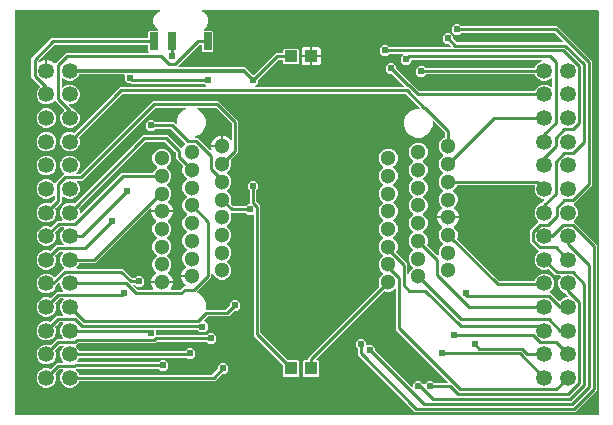
<source format=gbr>
G04 EAGLE Gerber RS-274X export*
G75*
%MOMM*%
%FSLAX34Y34*%
%LPD*%
%INTop Copper*%
%IPPOS*%
%AMOC8*
5,1,8,0,0,1.08239X$1,22.5*%
G01*
G04 Define Apertures*
%ADD10C,1.350000*%
%ADD11C,1.300000*%
%ADD12R,1.100000X1.000000*%
%ADD13R,0.700000X1.500000*%
%ADD14R,1.000000X1.100000*%
%ADD15C,0.604000*%
%ADD16C,0.304800*%
%ADD17C,0.254000*%
G36*
X774745Y237550D02*
X774448Y237490D01*
X281432Y237490D01*
X281157Y237541D01*
X280902Y237705D01*
X280730Y237955D01*
X280670Y238252D01*
X280670Y579528D01*
X280721Y579803D01*
X280885Y580058D01*
X281135Y580230D01*
X281432Y580290D01*
X402871Y580290D01*
X403129Y580245D01*
X403388Y580088D01*
X403565Y579842D01*
X403633Y579546D01*
X403580Y579248D01*
X403414Y578994D01*
X403163Y578824D01*
X401813Y578265D01*
X399475Y575927D01*
X398210Y572873D01*
X398210Y569567D01*
X399475Y566513D01*
X401863Y564125D01*
X401949Y564070D01*
X402129Y563825D01*
X402199Y563530D01*
X402148Y563231D01*
X401984Y562976D01*
X401734Y562804D01*
X401437Y562744D01*
X394889Y562744D01*
X393996Y561851D01*
X393996Y557276D01*
X393945Y557001D01*
X393781Y556746D01*
X393531Y556574D01*
X393234Y556514D01*
X311975Y556514D01*
X294872Y539411D01*
X294872Y523549D01*
X302181Y516240D01*
X302339Y516010D01*
X302404Y515713D01*
X302349Y515415D01*
X302181Y515162D01*
X300486Y513467D01*
X299226Y510426D01*
X299226Y507134D01*
X300486Y504093D01*
X302813Y501766D01*
X305854Y500506D01*
X309146Y500506D01*
X312187Y501766D01*
X313882Y503461D01*
X314113Y503619D01*
X314409Y503684D01*
X314707Y503629D01*
X314960Y503461D01*
X322181Y496240D01*
X322339Y496010D01*
X322404Y495713D01*
X322349Y495415D01*
X322181Y495162D01*
X320486Y493467D01*
X319226Y490426D01*
X319226Y487134D01*
X320486Y484093D01*
X322813Y481766D01*
X325854Y480506D01*
X329146Y480506D01*
X332187Y481766D01*
X334514Y484093D01*
X335774Y487134D01*
X335774Y490426D01*
X334514Y493467D01*
X332187Y495794D01*
X329498Y496908D01*
X329250Y497073D01*
X327119Y499205D01*
X326966Y499425D01*
X326896Y499720D01*
X326947Y500019D01*
X327110Y500274D01*
X327360Y500446D01*
X327658Y500506D01*
X329146Y500506D01*
X332187Y501766D01*
X334514Y504093D01*
X335774Y507134D01*
X335774Y510426D01*
X334514Y513467D01*
X332187Y515794D01*
X329146Y517054D01*
X325854Y517054D01*
X322813Y515794D01*
X321761Y514742D01*
X321541Y514589D01*
X321246Y514519D01*
X320947Y514570D01*
X320692Y514733D01*
X320520Y514984D01*
X320460Y515281D01*
X320460Y522279D01*
X320507Y522543D01*
X320666Y522801D01*
X320914Y522976D01*
X321210Y523041D01*
X321508Y522986D01*
X321761Y522818D01*
X322813Y521766D01*
X325854Y520506D01*
X329146Y520506D01*
X332187Y521766D01*
X334514Y524093D01*
X334998Y525262D01*
X335155Y525500D01*
X335405Y525672D01*
X335702Y525732D01*
X373214Y525732D01*
X373478Y525685D01*
X373736Y525526D01*
X373911Y525278D01*
X373976Y524982D01*
X373921Y524684D01*
X373916Y524677D01*
X373916Y520830D01*
X376578Y518168D01*
X378737Y518168D01*
X379023Y518112D01*
X379276Y517945D01*
X379315Y517906D01*
X440552Y517906D01*
X440838Y517850D01*
X441091Y517683D01*
X442345Y516429D01*
X442498Y516209D01*
X442568Y515914D01*
X442517Y515615D01*
X442354Y515360D01*
X442103Y515188D01*
X441806Y515128D01*
X369897Y515128D01*
X331399Y476630D01*
X331163Y476470D01*
X330866Y476407D01*
X330568Y476465D01*
X329146Y477054D01*
X325854Y477054D01*
X322813Y475794D01*
X320486Y473467D01*
X319226Y470426D01*
X319226Y467134D01*
X320486Y464093D01*
X322813Y461766D01*
X325854Y460506D01*
X329146Y460506D01*
X332187Y461766D01*
X334514Y464093D01*
X335774Y467134D01*
X335774Y470426D01*
X335185Y471848D01*
X335127Y472128D01*
X335182Y472426D01*
X335350Y472679D01*
X371988Y509317D01*
X372230Y509480D01*
X372527Y509540D01*
X611413Y509540D01*
X611699Y509484D01*
X611952Y509317D01*
X623616Y497653D01*
X623769Y497433D01*
X623839Y497138D01*
X623788Y496839D01*
X623624Y496584D01*
X623374Y496412D01*
X623077Y496352D01*
X620121Y496352D01*
X615689Y494516D01*
X612296Y491123D01*
X610460Y486691D01*
X610460Y481893D01*
X612296Y477461D01*
X615689Y474068D01*
X620121Y472232D01*
X624919Y472232D01*
X629351Y474068D01*
X632744Y477461D01*
X634580Y481893D01*
X634580Y485293D01*
X634627Y485556D01*
X634786Y485814D01*
X635034Y485989D01*
X635330Y486054D01*
X635628Y485999D01*
X635881Y485831D01*
X644683Y477029D01*
X644846Y476788D01*
X644906Y476491D01*
X644906Y472857D01*
X644853Y472577D01*
X644687Y472322D01*
X644436Y472153D01*
X643155Y471622D01*
X640898Y469365D01*
X639676Y466416D01*
X639676Y463224D01*
X640898Y460275D01*
X643164Y458008D01*
X643365Y457880D01*
X643542Y457634D01*
X643609Y457338D01*
X643556Y457040D01*
X643391Y456786D01*
X643167Y456635D01*
X640898Y454365D01*
X639676Y451416D01*
X639676Y448224D01*
X640898Y445275D01*
X643164Y443008D01*
X643365Y442880D01*
X643542Y442634D01*
X643609Y442338D01*
X643556Y442040D01*
X643391Y441786D01*
X643167Y441635D01*
X640898Y439365D01*
X639676Y436416D01*
X639676Y433224D01*
X640898Y430275D01*
X643164Y428008D01*
X643365Y427880D01*
X643542Y427634D01*
X643609Y427338D01*
X643556Y427040D01*
X643391Y426786D01*
X643167Y426635D01*
X640898Y424365D01*
X639676Y421416D01*
X639676Y418224D01*
X640898Y415275D01*
X642595Y413577D01*
X642753Y413347D01*
X642818Y413051D01*
X642763Y412752D01*
X642595Y412500D01*
X640036Y409941D01*
X638660Y406618D01*
X638660Y405582D01*
X656740Y405582D01*
X656740Y406618D01*
X655364Y409941D01*
X652805Y412500D01*
X652647Y412730D01*
X652582Y413026D01*
X652637Y413324D01*
X652805Y413577D01*
X654502Y415275D01*
X655724Y418224D01*
X655724Y421416D01*
X654502Y424365D01*
X652236Y426632D01*
X652035Y426760D01*
X651858Y427006D01*
X651791Y427302D01*
X651844Y427600D01*
X652009Y427855D01*
X652233Y428005D01*
X654502Y430275D01*
X655033Y431556D01*
X655190Y431794D01*
X655440Y431966D01*
X655737Y432026D01*
X720388Y432026D01*
X720657Y431977D01*
X720914Y431816D01*
X721088Y431567D01*
X721150Y431270D01*
X721092Y430972D01*
X720866Y430426D01*
X720866Y427134D01*
X722126Y424093D01*
X724453Y421766D01*
X727494Y420506D01*
X728572Y420506D01*
X728836Y420459D01*
X729094Y420300D01*
X729269Y420052D01*
X729334Y419756D01*
X729279Y419458D01*
X729111Y419205D01*
X726689Y416783D01*
X726442Y416618D01*
X724453Y415794D01*
X722126Y413467D01*
X720866Y410426D01*
X720866Y407134D01*
X722126Y404093D01*
X724026Y402193D01*
X724184Y401962D01*
X724249Y401666D01*
X724194Y401368D01*
X724026Y401115D01*
X716802Y393891D01*
X716802Y383669D01*
X724026Y376445D01*
X724184Y376215D01*
X724249Y375918D01*
X724194Y375620D01*
X724026Y375367D01*
X722126Y373467D01*
X720866Y370426D01*
X720866Y367134D01*
X722126Y364093D01*
X724453Y361766D01*
X727494Y360506D01*
X730786Y360506D01*
X732208Y361095D01*
X732488Y361153D01*
X732786Y361098D01*
X733039Y360930D01*
X738439Y355530D01*
X742349Y355530D01*
X742613Y355483D01*
X742871Y355324D01*
X743046Y355076D01*
X743111Y354780D01*
X743056Y354482D01*
X742888Y354229D01*
X742126Y353467D01*
X740866Y350426D01*
X740866Y347134D01*
X742126Y344093D01*
X744453Y341766D01*
X746442Y340942D01*
X746689Y340777D01*
X749111Y338355D01*
X749264Y338135D01*
X749334Y337840D01*
X749283Y337541D01*
X749120Y337286D01*
X748870Y337114D01*
X748572Y337054D01*
X747494Y337054D01*
X744453Y335794D01*
X742553Y333894D01*
X742322Y333736D01*
X742026Y333671D01*
X741728Y333726D01*
X741475Y333894D01*
X734254Y341115D01*
X734096Y341345D01*
X734031Y341642D01*
X734086Y341940D01*
X734254Y342193D01*
X736154Y344093D01*
X737414Y347134D01*
X737414Y350426D01*
X736154Y353467D01*
X733827Y355794D01*
X730786Y357054D01*
X727494Y357054D01*
X724453Y355794D01*
X722126Y353467D01*
X721205Y351244D01*
X721048Y351006D01*
X720798Y350834D01*
X720501Y350774D01*
X691013Y350774D01*
X690727Y350830D01*
X690474Y350997D01*
X655359Y386113D01*
X655198Y386349D01*
X655136Y386645D01*
X655193Y386943D01*
X655724Y388224D01*
X655724Y391416D01*
X654502Y394365D01*
X652805Y396063D01*
X652647Y396293D01*
X652582Y396589D01*
X652637Y396888D01*
X652805Y397140D01*
X655364Y399699D01*
X656740Y403022D01*
X656740Y404058D01*
X638660Y404058D01*
X638660Y403022D01*
X640036Y399699D01*
X642595Y397140D01*
X642753Y396910D01*
X642818Y396614D01*
X642763Y396316D01*
X642595Y396063D01*
X640898Y394365D01*
X639676Y391416D01*
X639676Y388224D01*
X640898Y385275D01*
X643164Y383008D01*
X643365Y382880D01*
X643542Y382634D01*
X643609Y382338D01*
X643556Y382040D01*
X643391Y381786D01*
X643167Y381635D01*
X640898Y379365D01*
X639676Y376416D01*
X639676Y373255D01*
X639629Y372992D01*
X639470Y372734D01*
X639222Y372558D01*
X638926Y372493D01*
X638628Y372549D01*
X638375Y372716D01*
X629979Y381113D01*
X629818Y381349D01*
X629756Y381645D01*
X629813Y381943D01*
X630344Y383224D01*
X630344Y386416D01*
X629122Y389365D01*
X626856Y391632D01*
X626655Y391760D01*
X626478Y392006D01*
X626411Y392302D01*
X626464Y392600D01*
X626629Y392855D01*
X626853Y393005D01*
X629122Y395275D01*
X630344Y398224D01*
X630344Y401416D01*
X629122Y404365D01*
X626856Y406632D01*
X626655Y406760D01*
X626478Y407006D01*
X626411Y407302D01*
X626464Y407600D01*
X626629Y407855D01*
X626853Y408005D01*
X629122Y410275D01*
X630344Y413224D01*
X630344Y416416D01*
X629122Y419365D01*
X626856Y421632D01*
X626655Y421760D01*
X626478Y422006D01*
X626411Y422302D01*
X626464Y422600D01*
X626629Y422855D01*
X626853Y423005D01*
X629122Y425275D01*
X630344Y428224D01*
X630344Y431416D01*
X629122Y434365D01*
X626856Y436632D01*
X626655Y436760D01*
X626478Y437006D01*
X626411Y437302D01*
X626464Y437600D01*
X626629Y437855D01*
X626853Y438005D01*
X629122Y440275D01*
X630344Y443224D01*
X630344Y446416D01*
X629122Y449365D01*
X626856Y451632D01*
X626655Y451760D01*
X626478Y452006D01*
X626411Y452302D01*
X626464Y452600D01*
X626629Y452855D01*
X626853Y453005D01*
X629122Y455275D01*
X630344Y458224D01*
X630344Y461416D01*
X629122Y464365D01*
X626865Y466622D01*
X623916Y467844D01*
X620724Y467844D01*
X617775Y466622D01*
X615518Y464365D01*
X614296Y461416D01*
X614296Y458224D01*
X615518Y455275D01*
X617784Y453008D01*
X617985Y452880D01*
X618162Y452634D01*
X618229Y452338D01*
X618176Y452040D01*
X618011Y451786D01*
X617787Y451635D01*
X615518Y449365D01*
X614296Y446416D01*
X614296Y443224D01*
X615518Y440275D01*
X617784Y438008D01*
X617985Y437880D01*
X618162Y437634D01*
X618229Y437338D01*
X618176Y437040D01*
X618011Y436786D01*
X617787Y436635D01*
X615518Y434365D01*
X614296Y431416D01*
X614296Y428224D01*
X615518Y425275D01*
X617784Y423008D01*
X617985Y422880D01*
X618162Y422634D01*
X618229Y422338D01*
X618176Y422040D01*
X618011Y421786D01*
X617787Y421635D01*
X615518Y419365D01*
X614296Y416416D01*
X614296Y413224D01*
X615518Y410275D01*
X617784Y408008D01*
X617985Y407880D01*
X618162Y407634D01*
X618229Y407338D01*
X618176Y407040D01*
X618011Y406786D01*
X617787Y406635D01*
X615518Y404365D01*
X614296Y401416D01*
X614296Y398224D01*
X615518Y395275D01*
X617784Y393008D01*
X617985Y392880D01*
X618162Y392634D01*
X618229Y392338D01*
X618176Y392040D01*
X618011Y391786D01*
X617787Y391635D01*
X615518Y389365D01*
X614296Y386416D01*
X614296Y383224D01*
X615518Y380275D01*
X617784Y378008D01*
X617985Y377880D01*
X618162Y377634D01*
X618229Y377338D01*
X618176Y377040D01*
X618011Y376786D01*
X617787Y376635D01*
X615518Y374365D01*
X614296Y371416D01*
X614296Y368224D01*
X615518Y365275D01*
X617784Y363008D01*
X617985Y362880D01*
X618162Y362634D01*
X618229Y362338D01*
X618176Y362040D01*
X618011Y361786D01*
X617787Y361635D01*
X615518Y359365D01*
X614558Y357049D01*
X614418Y356828D01*
X614173Y356648D01*
X613878Y356579D01*
X613579Y356629D01*
X613324Y356793D01*
X613152Y357043D01*
X613092Y357340D01*
X613092Y365763D01*
X604055Y374800D01*
X603895Y375036D01*
X603832Y375333D01*
X603890Y375631D01*
X604964Y378224D01*
X604964Y381416D01*
X603742Y384365D01*
X601476Y386632D01*
X601275Y386760D01*
X601098Y387006D01*
X601031Y387302D01*
X601084Y387600D01*
X601249Y387855D01*
X601473Y388005D01*
X603742Y390275D01*
X604964Y393224D01*
X604964Y396416D01*
X603742Y399365D01*
X601476Y401632D01*
X601275Y401760D01*
X601098Y402006D01*
X601031Y402302D01*
X601084Y402600D01*
X601249Y402855D01*
X601473Y403005D01*
X603742Y405275D01*
X604964Y408224D01*
X604964Y411416D01*
X603742Y414365D01*
X601476Y416632D01*
X601275Y416760D01*
X601098Y417006D01*
X601031Y417302D01*
X601084Y417600D01*
X601249Y417855D01*
X601473Y418005D01*
X603742Y420275D01*
X604964Y423224D01*
X604964Y426416D01*
X603742Y429365D01*
X601476Y431632D01*
X601275Y431760D01*
X601098Y432006D01*
X601031Y432302D01*
X601084Y432600D01*
X601249Y432855D01*
X601473Y433005D01*
X603742Y435275D01*
X604964Y438224D01*
X604964Y441416D01*
X603742Y444365D01*
X601476Y446632D01*
X601275Y446760D01*
X601098Y447006D01*
X601031Y447302D01*
X601084Y447600D01*
X601249Y447855D01*
X601473Y448005D01*
X603742Y450275D01*
X604964Y453224D01*
X604964Y456416D01*
X603742Y459365D01*
X601485Y461622D01*
X598536Y462844D01*
X595344Y462844D01*
X592395Y461622D01*
X590138Y459365D01*
X588916Y456416D01*
X588916Y453224D01*
X590138Y450275D01*
X592404Y448008D01*
X592605Y447880D01*
X592782Y447634D01*
X592849Y447338D01*
X592796Y447040D01*
X592631Y446786D01*
X592407Y446635D01*
X590138Y444365D01*
X588916Y441416D01*
X588916Y438224D01*
X590138Y435275D01*
X592404Y433008D01*
X592605Y432880D01*
X592782Y432634D01*
X592849Y432338D01*
X592796Y432040D01*
X592631Y431786D01*
X592407Y431635D01*
X590138Y429365D01*
X588916Y426416D01*
X588916Y423224D01*
X590138Y420275D01*
X592404Y418008D01*
X592605Y417880D01*
X592782Y417634D01*
X592849Y417338D01*
X592796Y417040D01*
X592631Y416786D01*
X592407Y416635D01*
X590138Y414365D01*
X588916Y411416D01*
X588916Y408224D01*
X590138Y405275D01*
X592404Y403008D01*
X592605Y402880D01*
X592782Y402634D01*
X592849Y402338D01*
X592796Y402040D01*
X592631Y401786D01*
X592407Y401635D01*
X590138Y399365D01*
X588916Y396416D01*
X588916Y393224D01*
X590138Y390275D01*
X592404Y388008D01*
X592605Y387880D01*
X592782Y387634D01*
X592849Y387338D01*
X592796Y387040D01*
X592631Y386786D01*
X592407Y386635D01*
X590138Y384365D01*
X588916Y381416D01*
X588916Y378224D01*
X590138Y375275D01*
X592404Y373008D01*
X592605Y372880D01*
X592782Y372634D01*
X592849Y372338D01*
X592796Y372040D01*
X592631Y371786D01*
X592407Y371635D01*
X590138Y369365D01*
X588916Y366416D01*
X588916Y363224D01*
X590138Y360275D01*
X592404Y358008D01*
X592605Y357880D01*
X592782Y357634D01*
X592849Y357338D01*
X592796Y357040D01*
X592631Y356786D01*
X592407Y356635D01*
X590138Y354365D01*
X588916Y351416D01*
X588916Y348224D01*
X589447Y346943D01*
X589504Y346664D01*
X589449Y346366D01*
X589281Y346113D01*
X528946Y285777D01*
X528946Y284646D01*
X528895Y284371D01*
X528731Y284116D01*
X528481Y283944D01*
X528184Y283884D01*
X526109Y283884D01*
X525216Y282991D01*
X525216Y270729D01*
X526109Y269836D01*
X537371Y269836D01*
X538264Y270729D01*
X538264Y282991D01*
X537371Y283884D01*
X536795Y283884D01*
X536532Y283931D01*
X536274Y284090D01*
X536098Y284338D01*
X536033Y284634D01*
X536089Y284932D01*
X536256Y285185D01*
X593233Y342161D01*
X593469Y342322D01*
X593765Y342385D01*
X594063Y342327D01*
X595344Y341796D01*
X598536Y341796D01*
X601485Y343018D01*
X602139Y343672D01*
X602359Y343825D01*
X602654Y343894D01*
X602953Y343844D01*
X603208Y343680D01*
X603380Y343430D01*
X603440Y343133D01*
X603440Y309549D01*
X647274Y265715D01*
X647427Y265495D01*
X647497Y265200D01*
X647446Y264901D01*
X647282Y264646D01*
X647032Y264474D01*
X646735Y264414D01*
X636408Y264414D01*
X636122Y264470D01*
X635869Y264637D01*
X634342Y266164D01*
X630578Y266164D01*
X627919Y263505D01*
X627688Y263347D01*
X627392Y263282D01*
X627094Y263338D01*
X626841Y263505D01*
X624182Y266164D01*
X620418Y266164D01*
X617756Y263502D01*
X617756Y261795D01*
X617709Y261532D01*
X617550Y261274D01*
X617302Y261098D01*
X617006Y261033D01*
X616708Y261089D01*
X616455Y261256D01*
X586427Y291284D01*
X586264Y291526D01*
X586204Y291823D01*
X586204Y293982D01*
X583542Y296644D01*
X579731Y296644D01*
X579665Y296598D01*
X579370Y296528D01*
X579071Y296579D01*
X578816Y296742D01*
X578644Y296993D01*
X578584Y297290D01*
X578584Y299062D01*
X575922Y301724D01*
X572158Y301724D01*
X569496Y299062D01*
X569496Y295298D01*
X571023Y293771D01*
X571186Y293529D01*
X571246Y293232D01*
X571246Y288403D01*
X619619Y240030D01*
X755081Y240030D01*
X773670Y258619D01*
X773670Y381699D01*
X754254Y401115D01*
X754096Y401345D01*
X754031Y401642D01*
X754086Y401940D01*
X754254Y402193D01*
X756154Y404093D01*
X757414Y407134D01*
X757414Y410426D01*
X756154Y413467D01*
X754254Y415367D01*
X754096Y415598D01*
X754031Y415894D01*
X754086Y416192D01*
X754254Y416445D01*
X769606Y431797D01*
X769606Y537257D01*
X740189Y566674D01*
X659268Y566674D01*
X658982Y566730D01*
X658729Y566897D01*
X657202Y568424D01*
X653438Y568424D01*
X650776Y565762D01*
X650776Y561998D01*
X653438Y559336D01*
X657202Y559336D01*
X658729Y560863D01*
X658971Y561026D01*
X659268Y561086D01*
X737559Y561086D01*
X737845Y561030D01*
X738098Y560863D01*
X744702Y554259D01*
X744855Y554039D01*
X744925Y553744D01*
X744874Y553445D01*
X744710Y553190D01*
X744460Y553018D01*
X744163Y552958D01*
X655269Y552958D01*
X654983Y553014D01*
X654730Y553181D01*
X652467Y555444D01*
X652304Y555686D01*
X652244Y555983D01*
X652244Y558142D01*
X649582Y560804D01*
X645818Y560804D01*
X643156Y558142D01*
X643156Y554378D01*
X645818Y551716D01*
X647977Y551716D01*
X648263Y551660D01*
X648516Y551493D01*
X649814Y550195D01*
X649967Y549975D01*
X650037Y549680D01*
X649986Y549381D01*
X649822Y549126D01*
X649572Y548954D01*
X649275Y548894D01*
X598308Y548894D01*
X598022Y548950D01*
X597769Y549117D01*
X596242Y550644D01*
X592478Y550644D01*
X589816Y547982D01*
X589816Y544218D01*
X592478Y541556D01*
X596242Y541556D01*
X597769Y543083D01*
X598011Y543246D01*
X598308Y543306D01*
X608700Y543306D01*
X608964Y543259D01*
X609222Y543100D01*
X609397Y542852D01*
X609462Y542556D01*
X609407Y542258D01*
X609239Y542005D01*
X607596Y540362D01*
X607596Y536598D01*
X610258Y533936D01*
X614022Y533936D01*
X616684Y536598D01*
X616684Y537464D01*
X616735Y537739D01*
X616899Y537994D01*
X617149Y538166D01*
X617446Y538226D01*
X726493Y538226D01*
X726750Y538181D01*
X727010Y538024D01*
X727187Y537778D01*
X727255Y537482D01*
X727201Y537184D01*
X727036Y536930D01*
X726784Y536760D01*
X724453Y535794D01*
X722126Y533467D01*
X721536Y532044D01*
X721380Y531806D01*
X721130Y531634D01*
X720832Y531574D01*
X628328Y531574D01*
X628042Y531630D01*
X627789Y531797D01*
X626722Y532864D01*
X622958Y532864D01*
X620296Y530202D01*
X620296Y526438D01*
X622958Y523776D01*
X626722Y523776D01*
X628709Y525763D01*
X628951Y525926D01*
X629248Y525986D01*
X720832Y525986D01*
X721113Y525933D01*
X721367Y525767D01*
X721536Y525516D01*
X722126Y524093D01*
X724453Y521766D01*
X727494Y520506D01*
X730786Y520506D01*
X733827Y521766D01*
X734589Y522528D01*
X734809Y522681D01*
X735104Y522751D01*
X735403Y522700D01*
X735658Y522537D01*
X735830Y522286D01*
X735890Y521989D01*
X735890Y515571D01*
X735843Y515308D01*
X735684Y515049D01*
X735436Y514874D01*
X735140Y514809D01*
X734842Y514865D01*
X734589Y515032D01*
X733827Y515794D01*
X730786Y517054D01*
X727494Y517054D01*
X724453Y515794D01*
X722126Y513467D01*
X721536Y512044D01*
X721380Y511806D01*
X721130Y511634D01*
X720832Y511574D01*
X623660Y511574D01*
X623374Y511630D01*
X623122Y511797D01*
X615727Y519192D01*
X615375Y519192D01*
X615089Y519248D01*
X614836Y519415D01*
X604207Y530044D01*
X604044Y530286D01*
X603984Y530583D01*
X603984Y532742D01*
X601322Y535404D01*
X597558Y535404D01*
X594896Y532742D01*
X594896Y528978D01*
X597558Y526316D01*
X599717Y526316D01*
X600003Y526260D01*
X600256Y526093D01*
X609920Y516429D01*
X610073Y516209D01*
X610143Y515914D01*
X610092Y515615D01*
X609928Y515360D01*
X609678Y515188D01*
X609381Y515128D01*
X485294Y515128D01*
X485031Y515175D01*
X484772Y515334D01*
X484597Y515582D01*
X484532Y515878D01*
X484588Y516176D01*
X484755Y516429D01*
X487144Y518818D01*
X487144Y520977D01*
X487200Y521263D01*
X487367Y521516D01*
X503854Y538003D01*
X504096Y538166D01*
X504393Y538226D01*
X506954Y538226D01*
X507229Y538175D01*
X507484Y538011D01*
X507656Y537761D01*
X507716Y537464D01*
X507716Y535389D01*
X508609Y534496D01*
X520871Y534496D01*
X521764Y535389D01*
X521764Y546651D01*
X520871Y547544D01*
X508609Y547544D01*
X507716Y546651D01*
X507716Y544576D01*
X507665Y544301D01*
X507501Y544046D01*
X507251Y543874D01*
X506954Y543814D01*
X501763Y543814D01*
X483416Y525467D01*
X483174Y525304D01*
X482877Y525244D01*
X482682Y525244D01*
X482396Y525300D01*
X482143Y525467D01*
X475783Y531828D01*
X419919Y531828D01*
X419656Y531875D01*
X419397Y532034D01*
X419222Y532282D01*
X419157Y532578D01*
X419213Y532876D01*
X419380Y533129D01*
X436954Y550703D01*
X437196Y550866D01*
X437493Y550926D01*
X438234Y550926D01*
X438509Y550875D01*
X438764Y550711D01*
X438936Y550461D01*
X438996Y550164D01*
X438996Y545589D01*
X439889Y544696D01*
X448151Y544696D01*
X449044Y545589D01*
X449044Y561851D01*
X448151Y562744D01*
X441603Y562744D01*
X441345Y562789D01*
X441086Y562946D01*
X440909Y563192D01*
X440841Y563488D01*
X440895Y563786D01*
X441060Y564041D01*
X441160Y564108D01*
X443565Y566513D01*
X444830Y569567D01*
X444830Y572873D01*
X443565Y575927D01*
X441227Y578265D01*
X439877Y578824D01*
X439657Y578964D01*
X439477Y579209D01*
X439407Y579504D01*
X439458Y579803D01*
X439622Y580058D01*
X439872Y580230D01*
X440169Y580290D01*
X774448Y580290D01*
X774723Y580239D01*
X774978Y580075D01*
X775150Y579825D01*
X775210Y579528D01*
X775210Y238252D01*
X775159Y237977D01*
X774995Y237722D01*
X774745Y237550D01*
G37*
%LPC*%
G36*
X523700Y541782D02*
X530978Y541782D01*
X530978Y548560D01*
X525188Y548560D01*
X523700Y547072D01*
X523700Y541782D01*
G37*
G36*
X532502Y541782D02*
X539780Y541782D01*
X539780Y547072D01*
X538292Y548560D01*
X532502Y548560D01*
X532502Y541782D01*
G37*
G36*
X525188Y533480D02*
X530978Y533480D01*
X530978Y540258D01*
X523700Y540258D01*
X523700Y534968D01*
X525188Y533480D01*
G37*
G36*
X532502Y533480D02*
X538292Y533480D01*
X539780Y534968D01*
X539780Y540258D01*
X532502Y540258D01*
X532502Y533480D01*
G37*
G36*
X305854Y260506D02*
X309146Y260506D01*
X312187Y261766D01*
X314514Y264093D01*
X315774Y267134D01*
X315774Y270426D01*
X315185Y271848D01*
X315127Y272128D01*
X315182Y272426D01*
X315350Y272679D01*
X318600Y275929D01*
X318842Y276092D01*
X319139Y276152D01*
X321331Y276152D01*
X321595Y276105D01*
X321853Y275946D01*
X322028Y275698D01*
X322093Y275402D01*
X322038Y275104D01*
X321870Y274851D01*
X320486Y273467D01*
X319226Y270426D01*
X319226Y267134D01*
X320486Y264093D01*
X322813Y261766D01*
X325854Y260506D01*
X329146Y260506D01*
X332187Y261766D01*
X334514Y264093D01*
X335104Y265516D01*
X335260Y265754D01*
X335510Y265926D01*
X335808Y265986D01*
X450277Y265986D01*
X456384Y272093D01*
X456626Y272256D01*
X456923Y272316D01*
X459082Y272316D01*
X461744Y274978D01*
X461744Y278742D01*
X459082Y281404D01*
X455318Y281404D01*
X452656Y278742D01*
X452656Y276583D01*
X452600Y276297D01*
X452433Y276044D01*
X448186Y271797D01*
X447944Y271634D01*
X447647Y271574D01*
X335808Y271574D01*
X335527Y271627D01*
X335273Y271793D01*
X335104Y272044D01*
X334514Y273467D01*
X332819Y275162D01*
X332661Y275393D01*
X332596Y275689D01*
X332651Y275987D01*
X332819Y276240D01*
X332962Y276383D01*
X333203Y276546D01*
X333500Y276606D01*
X402452Y276606D01*
X402738Y276550D01*
X402991Y276383D01*
X404518Y274856D01*
X408282Y274856D01*
X410944Y277518D01*
X410944Y281282D01*
X408282Y283944D01*
X404518Y283944D01*
X402991Y282417D01*
X402749Y282254D01*
X402452Y282194D01*
X334455Y282194D01*
X334192Y282241D01*
X333933Y282400D01*
X333758Y282648D01*
X333693Y282944D01*
X333749Y283242D01*
X333916Y283495D01*
X334514Y284093D01*
X335104Y285516D01*
X335260Y285754D01*
X335510Y285926D01*
X335808Y285986D01*
X426092Y285986D01*
X426378Y285930D01*
X426631Y285763D01*
X427378Y285016D01*
X431142Y285016D01*
X433804Y287678D01*
X433804Y291442D01*
X431142Y294104D01*
X427378Y294104D01*
X425071Y291797D01*
X424829Y291634D01*
X424532Y291574D01*
X335808Y291574D01*
X335527Y291627D01*
X335273Y291793D01*
X335104Y292044D01*
X334514Y293467D01*
X332819Y295162D01*
X332661Y295393D01*
X332596Y295689D01*
X332651Y295987D01*
X332819Y296240D01*
X334354Y297775D01*
X334595Y297938D01*
X334892Y297998D01*
X399806Y297998D01*
X401050Y299243D01*
X401292Y299406D01*
X401589Y299466D01*
X443092Y299466D01*
X443378Y299410D01*
X443631Y299243D01*
X445158Y297716D01*
X448922Y297716D01*
X451584Y300378D01*
X451584Y304142D01*
X448922Y306804D01*
X445158Y306804D01*
X443631Y305277D01*
X443389Y305114D01*
X443092Y305054D01*
X401546Y305054D01*
X401271Y305105D01*
X401016Y305269D01*
X400844Y305519D01*
X400784Y305816D01*
X400784Y308587D01*
X400724Y308840D01*
X400775Y309139D01*
X400938Y309394D01*
X401189Y309566D01*
X401486Y309626D01*
X435472Y309626D01*
X435758Y309570D01*
X436011Y309403D01*
X437711Y307703D01*
X441475Y307703D01*
X444137Y310365D01*
X444137Y314129D01*
X441406Y316861D01*
X441184Y316997D01*
X441009Y317245D01*
X440944Y317541D01*
X440999Y317839D01*
X441167Y318092D01*
X443758Y320683D01*
X443999Y320846D01*
X444296Y320906D01*
X462017Y320906D01*
X466544Y325433D01*
X466786Y325596D01*
X467083Y325656D01*
X469242Y325656D01*
X471904Y328318D01*
X471904Y332082D01*
X469242Y334744D01*
X465478Y334744D01*
X462816Y332082D01*
X462816Y329923D01*
X462760Y329637D01*
X462593Y329384D01*
X459926Y326717D01*
X459684Y326554D01*
X459387Y326494D01*
X443069Y326494D01*
X442800Y326543D01*
X442543Y326704D01*
X442370Y326953D01*
X442307Y327250D01*
X442365Y327548D01*
X442426Y327695D01*
X442426Y332493D01*
X440590Y336925D01*
X437197Y340318D01*
X435575Y340990D01*
X435345Y341138D01*
X435170Y341386D01*
X435105Y341682D01*
X435160Y341980D01*
X435328Y342233D01*
X447294Y354199D01*
X447294Y356522D01*
X447339Y356780D01*
X447496Y357039D01*
X447742Y357217D01*
X448038Y357284D01*
X448336Y357231D01*
X448591Y357066D01*
X448760Y356814D01*
X449398Y355275D01*
X451655Y353018D01*
X454604Y351796D01*
X457796Y351796D01*
X460745Y353018D01*
X463002Y355275D01*
X464224Y358224D01*
X464224Y361416D01*
X463002Y364365D01*
X460736Y366632D01*
X460535Y366760D01*
X460358Y367006D01*
X460291Y367302D01*
X460344Y367600D01*
X460509Y367855D01*
X460733Y368005D01*
X463002Y370275D01*
X464224Y373224D01*
X464224Y376416D01*
X463002Y379365D01*
X460736Y381632D01*
X460535Y381760D01*
X460358Y382006D01*
X460291Y382302D01*
X460344Y382600D01*
X460509Y382855D01*
X460733Y383005D01*
X463002Y385275D01*
X464224Y388224D01*
X464224Y391416D01*
X463002Y394365D01*
X460736Y396632D01*
X460535Y396760D01*
X460358Y397006D01*
X460291Y397302D01*
X460344Y397600D01*
X460509Y397855D01*
X460733Y398005D01*
X463002Y400275D01*
X464224Y403224D01*
X464224Y406416D01*
X463720Y407632D01*
X463663Y407900D01*
X463713Y408199D01*
X463877Y408454D01*
X464127Y408626D01*
X464424Y408686D01*
X476112Y408686D01*
X476398Y408630D01*
X476651Y408463D01*
X478178Y406936D01*
X482041Y406936D01*
X482294Y406996D01*
X482593Y406945D01*
X482848Y406782D01*
X483020Y406531D01*
X483080Y406234D01*
X483080Y304569D01*
X507993Y279656D01*
X508156Y279414D01*
X508216Y279117D01*
X508216Y270729D01*
X509109Y269836D01*
X520371Y269836D01*
X521264Y270729D01*
X521264Y282991D01*
X520371Y283884D01*
X511983Y283884D01*
X511697Y283940D01*
X511444Y284107D01*
X488891Y306660D01*
X488728Y306902D01*
X488668Y307199D01*
X488668Y415046D01*
X485617Y418096D01*
X485454Y418338D01*
X485394Y418635D01*
X485394Y427272D01*
X485450Y427558D01*
X485617Y427811D01*
X487144Y429338D01*
X487144Y433102D01*
X484482Y435764D01*
X480718Y435764D01*
X478056Y433102D01*
X478056Y429338D01*
X479583Y427811D01*
X479746Y427569D01*
X479806Y427272D01*
X479806Y416786D01*
X479755Y416511D01*
X479591Y416256D01*
X479341Y416084D01*
X479044Y416024D01*
X478178Y416024D01*
X476651Y414497D01*
X476409Y414334D01*
X476112Y414274D01*
X466013Y414274D01*
X465727Y414330D01*
X465474Y414497D01*
X463859Y416113D01*
X463698Y416349D01*
X463636Y416645D01*
X463693Y416943D01*
X464224Y418224D01*
X464224Y421416D01*
X463002Y424365D01*
X460736Y426632D01*
X460535Y426760D01*
X460358Y427006D01*
X460291Y427302D01*
X460344Y427600D01*
X460509Y427855D01*
X460733Y428005D01*
X463002Y430275D01*
X464224Y433224D01*
X464224Y436416D01*
X463002Y439365D01*
X460736Y441632D01*
X460535Y441760D01*
X460358Y442006D01*
X460291Y442302D01*
X460344Y442600D01*
X460509Y442855D01*
X460733Y443005D01*
X463002Y445275D01*
X464224Y448224D01*
X464224Y451416D01*
X463693Y452697D01*
X463636Y452976D01*
X463691Y453275D01*
X463859Y453527D01*
X470154Y459823D01*
X470154Y486297D01*
X453277Y503174D01*
X397623Y503174D01*
X336080Y441631D01*
X335838Y441468D01*
X335541Y441408D01*
X333669Y441408D01*
X333406Y441455D01*
X333147Y441614D01*
X332972Y441862D01*
X332907Y442158D01*
X332963Y442456D01*
X333130Y442709D01*
X334514Y444093D01*
X335774Y447134D01*
X335774Y450426D01*
X334514Y453467D01*
X332187Y455794D01*
X329146Y457054D01*
X325854Y457054D01*
X322813Y455794D01*
X320486Y453467D01*
X319226Y450426D01*
X319226Y447134D01*
X320486Y444093D01*
X322181Y442398D01*
X322339Y442167D01*
X322404Y441871D01*
X322349Y441573D01*
X322181Y441320D01*
X314960Y434099D01*
X314730Y433941D01*
X314433Y433876D01*
X314135Y433931D01*
X313882Y434099D01*
X312187Y435794D01*
X309146Y437054D01*
X305854Y437054D01*
X302813Y435794D01*
X300486Y433467D01*
X299226Y430426D01*
X299226Y427134D01*
X300486Y424093D01*
X302813Y421766D01*
X305854Y420506D01*
X309146Y420506D01*
X312187Y421766D01*
X313571Y423150D01*
X313791Y423303D01*
X314086Y423373D01*
X314385Y423322D01*
X314640Y423159D01*
X314812Y422908D01*
X314872Y422611D01*
X314872Y420419D01*
X314816Y420133D01*
X314649Y419880D01*
X311399Y416630D01*
X311163Y416470D01*
X310866Y416407D01*
X310568Y416465D01*
X309146Y417054D01*
X305854Y417054D01*
X302813Y415794D01*
X300486Y413467D01*
X299226Y410426D01*
X299226Y407134D01*
X300486Y404093D01*
X302813Y401766D01*
X305854Y400506D01*
X309146Y400506D01*
X312187Y401766D01*
X314514Y404093D01*
X315774Y407134D01*
X315774Y410426D01*
X315185Y411848D01*
X315127Y412128D01*
X315182Y412426D01*
X315350Y412679D01*
X320460Y417789D01*
X320460Y422279D01*
X320507Y422543D01*
X320666Y422801D01*
X320914Y422976D01*
X321210Y423041D01*
X321508Y422986D01*
X321761Y422818D01*
X322813Y421766D01*
X325854Y420506D01*
X329146Y420506D01*
X332187Y421766D01*
X334514Y424093D01*
X335774Y427134D01*
X335774Y430426D01*
X334514Y433467D01*
X333462Y434519D01*
X333309Y434739D01*
X333239Y435034D01*
X333290Y435333D01*
X333453Y435588D01*
X333704Y435760D01*
X334001Y435820D01*
X338171Y435820D01*
X399714Y497363D01*
X399956Y497526D01*
X400253Y497586D01*
X425324Y497586D01*
X425582Y497541D01*
X425841Y497384D01*
X426018Y497138D01*
X426086Y496842D01*
X426033Y496544D01*
X425867Y496290D01*
X425616Y496120D01*
X423535Y495258D01*
X420142Y491865D01*
X418306Y487433D01*
X418306Y484105D01*
X418259Y483842D01*
X418100Y483584D01*
X417852Y483408D01*
X417556Y483343D01*
X417258Y483399D01*
X417005Y483566D01*
X415177Y485394D01*
X400188Y485394D01*
X399902Y485450D01*
X399649Y485617D01*
X398122Y487144D01*
X394358Y487144D01*
X391696Y484482D01*
X391696Y480718D01*
X394358Y478056D01*
X398122Y478056D01*
X399649Y479583D01*
X399891Y479746D01*
X400188Y479806D01*
X412547Y479806D01*
X412833Y479750D01*
X413086Y479583D01*
X414019Y478650D01*
X414167Y478431D01*
X416102Y476495D01*
X424868Y467730D01*
X425026Y467499D01*
X425091Y467203D01*
X425035Y466905D01*
X424868Y466652D01*
X423156Y464941D01*
X422567Y463518D01*
X422419Y463289D01*
X422171Y463113D01*
X421875Y463048D01*
X421577Y463104D01*
X421324Y463271D01*
X410097Y474498D01*
X389267Y474498D01*
X331399Y416630D01*
X331163Y416470D01*
X330866Y416407D01*
X330568Y416465D01*
X329146Y417054D01*
X325854Y417054D01*
X322813Y415794D01*
X320486Y413467D01*
X319226Y410426D01*
X319226Y407134D01*
X320486Y404093D01*
X321248Y403331D01*
X321401Y403111D01*
X321471Y402816D01*
X321420Y402517D01*
X321257Y402262D01*
X321006Y402090D01*
X320709Y402030D01*
X316799Y402030D01*
X311399Y396630D01*
X311163Y396470D01*
X310866Y396407D01*
X310568Y396465D01*
X309146Y397054D01*
X305854Y397054D01*
X302813Y395794D01*
X300486Y393467D01*
X299226Y390426D01*
X299226Y387134D01*
X300486Y384093D01*
X302813Y381766D01*
X305854Y380506D01*
X309146Y380506D01*
X312187Y381766D01*
X314514Y384093D01*
X315774Y387134D01*
X315774Y390426D01*
X315185Y391848D01*
X315127Y392128D01*
X315182Y392426D01*
X315350Y392679D01*
X318890Y396219D01*
X319132Y396382D01*
X319429Y396442D01*
X321621Y396442D01*
X321885Y396395D01*
X322143Y396236D01*
X322318Y395988D01*
X322383Y395692D01*
X322328Y395394D01*
X322160Y395141D01*
X320486Y393467D01*
X319226Y390426D01*
X319226Y387134D01*
X320486Y384093D01*
X322024Y382555D01*
X322177Y382335D01*
X322247Y382040D01*
X322196Y381741D01*
X322033Y381486D01*
X321782Y381314D01*
X321485Y381254D01*
X316023Y381254D01*
X311399Y376630D01*
X311163Y376470D01*
X310866Y376407D01*
X310568Y376465D01*
X309146Y377054D01*
X305854Y377054D01*
X302813Y375794D01*
X300486Y373467D01*
X299226Y370426D01*
X299226Y367134D01*
X300486Y364093D01*
X302813Y361766D01*
X305854Y360506D01*
X309146Y360506D01*
X312187Y361766D01*
X314514Y364093D01*
X315774Y367134D01*
X315774Y370426D01*
X315185Y371848D01*
X315127Y372128D01*
X315182Y372426D01*
X315350Y372679D01*
X318114Y375443D01*
X318356Y375606D01*
X318653Y375666D01*
X320845Y375666D01*
X321109Y375619D01*
X321367Y375460D01*
X321542Y375212D01*
X321607Y374916D01*
X321552Y374618D01*
X321384Y374365D01*
X320486Y373467D01*
X319226Y370426D01*
X319226Y367134D01*
X320486Y364093D01*
X322181Y362398D01*
X322339Y362167D01*
X322404Y361871D01*
X322349Y361573D01*
X322181Y361320D01*
X314960Y354099D01*
X314730Y353941D01*
X314433Y353876D01*
X314135Y353931D01*
X313882Y354099D01*
X312187Y355794D01*
X309146Y357054D01*
X305854Y357054D01*
X302813Y355794D01*
X300486Y353467D01*
X299226Y350426D01*
X299226Y347134D01*
X300486Y344093D01*
X302813Y341766D01*
X305854Y340506D01*
X309146Y340506D01*
X312187Y341766D01*
X314514Y344093D01*
X315628Y346782D01*
X315793Y347030D01*
X317925Y349161D01*
X318145Y349314D01*
X318440Y349384D01*
X318739Y349333D01*
X318994Y349170D01*
X319166Y348920D01*
X319226Y348623D01*
X319226Y347134D01*
X320486Y344093D01*
X321538Y343041D01*
X321691Y342821D01*
X321761Y342526D01*
X321710Y342227D01*
X321547Y341972D01*
X321296Y341800D01*
X320999Y341740D01*
X316509Y341740D01*
X311399Y336630D01*
X311163Y336470D01*
X310866Y336407D01*
X310568Y336465D01*
X309146Y337054D01*
X305854Y337054D01*
X302813Y335794D01*
X300486Y333467D01*
X299226Y330426D01*
X299226Y327134D01*
X300486Y324093D01*
X302813Y321766D01*
X305854Y320506D01*
X309146Y320506D01*
X312187Y321766D01*
X314514Y324093D01*
X315774Y327134D01*
X315774Y330426D01*
X315185Y331848D01*
X315127Y332128D01*
X315182Y332426D01*
X315350Y332679D01*
X318600Y335929D01*
X318842Y336092D01*
X319139Y336152D01*
X321331Y336152D01*
X321595Y336105D01*
X321853Y335946D01*
X322028Y335698D01*
X322093Y335402D01*
X322038Y335104D01*
X321870Y334851D01*
X320486Y333467D01*
X319226Y330426D01*
X319226Y327134D01*
X320486Y324093D01*
X321870Y322709D01*
X322023Y322489D01*
X322093Y322194D01*
X322042Y321895D01*
X321879Y321640D01*
X321628Y321468D01*
X321331Y321408D01*
X316177Y321408D01*
X311399Y316630D01*
X311163Y316470D01*
X310866Y316407D01*
X310568Y316465D01*
X309146Y317054D01*
X305854Y317054D01*
X302813Y315794D01*
X300486Y313467D01*
X299226Y310426D01*
X299226Y307134D01*
X300486Y304093D01*
X302813Y301766D01*
X305854Y300506D01*
X309146Y300506D01*
X312187Y301766D01*
X314514Y304093D01*
X315774Y307134D01*
X315774Y310426D01*
X315185Y311848D01*
X315127Y312128D01*
X315182Y312426D01*
X315350Y312679D01*
X318268Y315597D01*
X318510Y315760D01*
X318807Y315820D01*
X320999Y315820D01*
X321263Y315773D01*
X321521Y315614D01*
X321696Y315366D01*
X321761Y315070D01*
X321706Y314772D01*
X321538Y314519D01*
X320486Y313467D01*
X319226Y310426D01*
X319226Y307134D01*
X320486Y304093D01*
X321538Y303041D01*
X321691Y302821D01*
X321761Y302526D01*
X321710Y302227D01*
X321547Y301972D01*
X321296Y301800D01*
X320999Y301740D01*
X316509Y301740D01*
X311399Y296630D01*
X311163Y296470D01*
X310866Y296407D01*
X310568Y296465D01*
X309146Y297054D01*
X305854Y297054D01*
X302813Y295794D01*
X300486Y293467D01*
X299226Y290426D01*
X299226Y287134D01*
X300486Y284093D01*
X302813Y281766D01*
X305854Y280506D01*
X309146Y280506D01*
X312187Y281766D01*
X314514Y284093D01*
X315774Y287134D01*
X315774Y290426D01*
X315185Y291848D01*
X315127Y292128D01*
X315182Y292426D01*
X315350Y292679D01*
X318600Y295929D01*
X318842Y296092D01*
X319139Y296152D01*
X321331Y296152D01*
X321595Y296105D01*
X321853Y295946D01*
X322028Y295698D01*
X322093Y295402D01*
X322038Y295104D01*
X321870Y294851D01*
X320486Y293467D01*
X319226Y290426D01*
X319226Y287134D01*
X320486Y284093D01*
X321538Y283041D01*
X321691Y282821D01*
X321761Y282526D01*
X321710Y282227D01*
X321547Y281972D01*
X321296Y281800D01*
X320999Y281740D01*
X316509Y281740D01*
X311399Y276630D01*
X311163Y276470D01*
X310866Y276407D01*
X310568Y276465D01*
X309146Y277054D01*
X305854Y277054D01*
X302813Y275794D01*
X300486Y273467D01*
X299226Y270426D01*
X299226Y267134D01*
X300486Y264093D01*
X302813Y261766D01*
X305854Y260506D01*
G37*
G36*
X305854Y480506D02*
X309146Y480506D01*
X312187Y481766D01*
X314514Y484093D01*
X315774Y487134D01*
X315774Y490426D01*
X314514Y493467D01*
X312187Y495794D01*
X309146Y497054D01*
X305854Y497054D01*
X302813Y495794D01*
X300486Y493467D01*
X299226Y490426D01*
X299226Y487134D01*
X300486Y484093D01*
X302813Y481766D01*
X305854Y480506D01*
G37*
G36*
X305854Y460506D02*
X309146Y460506D01*
X312187Y461766D01*
X314514Y464093D01*
X315774Y467134D01*
X315774Y470426D01*
X314514Y473467D01*
X312187Y475794D01*
X309146Y477054D01*
X305854Y477054D01*
X302813Y475794D01*
X300486Y473467D01*
X299226Y470426D01*
X299226Y467134D01*
X300486Y464093D01*
X302813Y461766D01*
X305854Y460506D01*
G37*
G36*
X305854Y440506D02*
X309146Y440506D01*
X312187Y441766D01*
X314514Y444093D01*
X315774Y447134D01*
X315774Y450426D01*
X314514Y453467D01*
X312187Y455794D01*
X309146Y457054D01*
X305854Y457054D01*
X302813Y455794D01*
X300486Y453467D01*
X299226Y450426D01*
X299226Y447134D01*
X300486Y444093D01*
X302813Y441766D01*
X305854Y440506D01*
G37*
%LPD*%
G36*
X447028Y461396D02*
X446732Y461331D01*
X446434Y461386D01*
X446181Y461554D01*
X435827Y471908D01*
X434022Y471908D01*
X433765Y471953D01*
X433505Y472110D01*
X433328Y472356D01*
X433260Y472652D01*
X433314Y472950D01*
X433479Y473205D01*
X433731Y473374D01*
X437197Y474810D01*
X440590Y478203D01*
X442426Y482635D01*
X442426Y487433D01*
X440590Y491865D01*
X437197Y495258D01*
X435116Y496120D01*
X434896Y496260D01*
X434716Y496505D01*
X434646Y496800D01*
X434697Y497099D01*
X434861Y497354D01*
X435111Y497526D01*
X435408Y497586D01*
X450647Y497586D01*
X450933Y497530D01*
X451186Y497363D01*
X464343Y484206D01*
X464506Y483964D01*
X464566Y483667D01*
X464566Y471078D01*
X464519Y470815D01*
X464360Y470557D01*
X464112Y470381D01*
X463816Y470316D01*
X463518Y470372D01*
X463265Y470539D01*
X461321Y472484D01*
X457998Y473860D01*
X456962Y473860D01*
X456962Y464058D01*
X447160Y464058D01*
X447160Y463022D01*
X447424Y462384D01*
X447481Y462129D01*
X447435Y461829D01*
X447276Y461571D01*
X447028Y461396D01*
G37*
%LPC*%
G36*
X447160Y465582D02*
X455438Y465582D01*
X455438Y473860D01*
X454402Y473860D01*
X451079Y472484D01*
X448536Y469941D01*
X447160Y466618D01*
X447160Y465582D01*
G37*
%LPD*%
G36*
X397613Y343380D02*
X397316Y343320D01*
X384847Y343320D01*
X384561Y343376D01*
X384308Y343543D01*
X381426Y346425D01*
X381273Y346645D01*
X381203Y346940D01*
X381254Y347239D01*
X381418Y347494D01*
X381668Y347666D01*
X381965Y347726D01*
X382132Y347726D01*
X382418Y347670D01*
X382671Y347503D01*
X384198Y345976D01*
X387962Y345976D01*
X390624Y348638D01*
X390624Y352402D01*
X387962Y355064D01*
X384198Y355064D01*
X382671Y353537D01*
X382429Y353374D01*
X382132Y353314D01*
X380600Y353314D01*
X380314Y353370D01*
X380062Y353537D01*
X372191Y361408D01*
X333669Y361408D01*
X333406Y361455D01*
X333147Y361614D01*
X332972Y361862D01*
X332907Y362158D01*
X332963Y362456D01*
X333130Y362709D01*
X334514Y364093D01*
X335104Y365516D01*
X335260Y365754D01*
X335510Y365926D01*
X335808Y365986D01*
X348977Y365986D01*
X395099Y412108D01*
X395319Y412261D01*
X395614Y412331D01*
X395913Y412280D01*
X396168Y412116D01*
X396340Y411866D01*
X396400Y411569D01*
X396400Y410582D01*
X414480Y410582D01*
X414480Y411618D01*
X413104Y414941D01*
X410545Y417500D01*
X410387Y417730D01*
X410322Y418026D01*
X410377Y418324D01*
X410545Y418577D01*
X412242Y420275D01*
X413464Y423224D01*
X413464Y426416D01*
X412242Y429365D01*
X409976Y431632D01*
X409775Y431760D01*
X409598Y432006D01*
X409531Y432302D01*
X409584Y432600D01*
X409749Y432855D01*
X409973Y433005D01*
X412242Y435275D01*
X413464Y438224D01*
X413464Y441416D01*
X412242Y444365D01*
X409976Y446632D01*
X409775Y446760D01*
X409598Y447006D01*
X409531Y447302D01*
X409584Y447600D01*
X409749Y447855D01*
X409973Y448005D01*
X412242Y450275D01*
X413464Y453224D01*
X413464Y456416D01*
X412242Y459365D01*
X409985Y461622D01*
X407036Y462844D01*
X403844Y462844D01*
X400895Y461622D01*
X398638Y459365D01*
X397416Y456416D01*
X397416Y453224D01*
X398638Y450275D01*
X400904Y448008D01*
X401105Y447880D01*
X401282Y447634D01*
X401349Y447338D01*
X401296Y447040D01*
X401131Y446786D01*
X400907Y446635D01*
X398638Y444365D01*
X398107Y443084D01*
X397950Y442846D01*
X397700Y442674D01*
X397403Y442614D01*
X370880Y442614D01*
X337075Y408809D01*
X336855Y408656D01*
X336560Y408586D01*
X336261Y408637D01*
X336006Y408800D01*
X335834Y409050D01*
X335774Y409348D01*
X335774Y410426D01*
X335185Y411848D01*
X335127Y412128D01*
X335182Y412426D01*
X335350Y412679D01*
X391358Y468687D01*
X391600Y468850D01*
X391897Y468910D01*
X407467Y468910D01*
X407753Y468854D01*
X408006Y468687D01*
X416777Y459916D01*
X416940Y459674D01*
X417000Y459377D01*
X417000Y454689D01*
X423161Y448527D01*
X423322Y448291D01*
X423385Y447995D01*
X423327Y447697D01*
X422796Y446416D01*
X422796Y443224D01*
X424018Y440275D01*
X426284Y438008D01*
X426485Y437880D01*
X426662Y437634D01*
X426729Y437338D01*
X426676Y437040D01*
X426511Y436786D01*
X426287Y436635D01*
X424018Y434365D01*
X422796Y431416D01*
X422796Y428224D01*
X424018Y425275D01*
X426284Y423008D01*
X426485Y422880D01*
X426662Y422634D01*
X426729Y422338D01*
X426676Y422040D01*
X426511Y421786D01*
X426287Y421635D01*
X424018Y419365D01*
X422796Y416416D01*
X422796Y413224D01*
X424018Y410275D01*
X426284Y408008D01*
X426485Y407880D01*
X426662Y407634D01*
X426729Y407338D01*
X426676Y407040D01*
X426511Y406786D01*
X426287Y406635D01*
X424018Y404365D01*
X422796Y401416D01*
X422796Y398224D01*
X424018Y395275D01*
X426284Y393008D01*
X426485Y392880D01*
X426662Y392634D01*
X426729Y392338D01*
X426676Y392040D01*
X426511Y391786D01*
X426287Y391635D01*
X424018Y389365D01*
X422796Y386416D01*
X422796Y383224D01*
X424018Y380275D01*
X426284Y378008D01*
X426485Y377880D01*
X426662Y377634D01*
X426729Y377338D01*
X426676Y377040D01*
X426511Y376786D01*
X426287Y376635D01*
X424018Y374365D01*
X422796Y371416D01*
X422796Y368224D01*
X424018Y365275D01*
X425715Y363577D01*
X425873Y363347D01*
X425938Y363051D01*
X425883Y362752D01*
X425715Y362500D01*
X423156Y359941D01*
X421780Y356618D01*
X421780Y355582D01*
X431582Y355582D01*
X431582Y354058D01*
X421780Y354058D01*
X421780Y353022D01*
X423156Y349699D01*
X425337Y347519D01*
X425490Y347299D01*
X425560Y347004D01*
X425509Y346705D01*
X425345Y346450D01*
X425095Y346278D01*
X424798Y346218D01*
X423687Y346218D01*
X421012Y343543D01*
X420771Y343380D01*
X420474Y343320D01*
X413564Y343320D01*
X413301Y343367D01*
X413043Y343526D01*
X412867Y343774D01*
X412802Y344070D01*
X412858Y344368D01*
X413025Y344621D01*
X413104Y344699D01*
X414480Y348022D01*
X414480Y349058D01*
X396400Y349058D01*
X396400Y348022D01*
X397776Y344699D01*
X397855Y344621D01*
X398008Y344401D01*
X398078Y344106D01*
X398027Y343807D01*
X397863Y343552D01*
X397613Y343380D01*
G37*
%LPC*%
G36*
X396400Y350582D02*
X414480Y350582D01*
X414480Y351618D01*
X413104Y354941D01*
X410545Y357500D01*
X410387Y357730D01*
X410322Y358026D01*
X410377Y358324D01*
X410545Y358577D01*
X412242Y360275D01*
X413464Y363224D01*
X413464Y366416D01*
X412242Y369365D01*
X409976Y371632D01*
X409775Y371760D01*
X409598Y372006D01*
X409531Y372302D01*
X409584Y372600D01*
X409749Y372855D01*
X409973Y373005D01*
X412242Y375275D01*
X413464Y378224D01*
X413464Y381416D01*
X412242Y384365D01*
X409976Y386632D01*
X409775Y386760D01*
X409598Y387006D01*
X409531Y387302D01*
X409584Y387600D01*
X409749Y387855D01*
X409973Y388005D01*
X412242Y390275D01*
X413464Y393224D01*
X413464Y396416D01*
X412242Y399365D01*
X410545Y401063D01*
X410387Y401293D01*
X410322Y401589D01*
X410377Y401888D01*
X410545Y402140D01*
X413104Y404699D01*
X414480Y408022D01*
X414480Y409058D01*
X396400Y409058D01*
X396400Y408022D01*
X397776Y404699D01*
X400335Y402140D01*
X400493Y401910D01*
X400558Y401614D01*
X400503Y401316D01*
X400335Y401063D01*
X398638Y399365D01*
X397416Y396416D01*
X397416Y393224D01*
X398638Y390275D01*
X400904Y388008D01*
X401105Y387880D01*
X401282Y387634D01*
X401349Y387338D01*
X401296Y387040D01*
X401131Y386786D01*
X400907Y386635D01*
X398638Y384365D01*
X397416Y381416D01*
X397416Y378224D01*
X398638Y375275D01*
X400904Y373008D01*
X401105Y372880D01*
X401282Y372634D01*
X401349Y372338D01*
X401296Y372040D01*
X401131Y371786D01*
X400907Y371635D01*
X398638Y369365D01*
X397416Y366416D01*
X397416Y363224D01*
X398638Y360275D01*
X400335Y358577D01*
X400493Y358347D01*
X400558Y358051D01*
X400503Y357752D01*
X400335Y357500D01*
X397776Y354941D01*
X396400Y351618D01*
X396400Y350582D01*
G37*
%LPD*%
G36*
X308262Y538070D02*
X308262Y528018D01*
X306738Y528018D01*
X306738Y538070D01*
X305652Y538070D01*
X302238Y536656D01*
X301761Y536179D01*
X301541Y536026D01*
X301246Y535956D01*
X300947Y536007D01*
X300692Y536170D01*
X300520Y536420D01*
X300460Y536718D01*
X300460Y536781D01*
X300516Y537066D01*
X300683Y537319D01*
X314067Y550703D01*
X314308Y550866D01*
X314606Y550926D01*
X393234Y550926D01*
X393509Y550875D01*
X393764Y550711D01*
X393936Y550461D01*
X393996Y550164D01*
X393996Y545589D01*
X394470Y545115D01*
X394623Y544895D01*
X394693Y544600D01*
X394642Y544301D01*
X394478Y544046D01*
X394228Y543874D01*
X393931Y543814D01*
X323963Y543814D01*
X315322Y535174D01*
X315092Y535016D01*
X314796Y534950D01*
X314497Y535006D01*
X314245Y535174D01*
X312762Y536656D01*
X309348Y538070D01*
X308262Y538070D01*
G37*
D10*
X307500Y528780D03*
X327500Y528780D03*
X307500Y508780D03*
X327500Y508780D03*
X307500Y488780D03*
X327500Y488780D03*
X307500Y468780D03*
X327500Y468780D03*
X307500Y448780D03*
X327500Y448780D03*
X307500Y428780D03*
X327500Y428780D03*
X307500Y408780D03*
X327500Y408780D03*
X307500Y388780D03*
X327500Y388780D03*
X307500Y368780D03*
X327500Y368780D03*
X307500Y348780D03*
X327500Y348780D03*
X307500Y328780D03*
X327500Y328780D03*
X307500Y308780D03*
X327500Y308780D03*
X307500Y288780D03*
X327500Y288780D03*
X307500Y268780D03*
X327500Y268780D03*
X729140Y528780D03*
X749140Y528780D03*
X729140Y508780D03*
X749140Y508780D03*
X729140Y488780D03*
X749140Y488780D03*
X729140Y468780D03*
X749140Y468780D03*
X729140Y448780D03*
X749140Y448780D03*
X729140Y428780D03*
X749140Y428780D03*
X729140Y408780D03*
X749140Y408780D03*
X729140Y388780D03*
X749140Y388780D03*
X729140Y368780D03*
X749140Y368780D03*
X729140Y348780D03*
X749140Y348780D03*
X729140Y328780D03*
X749140Y328780D03*
X729140Y308780D03*
X749140Y308780D03*
X729140Y288780D03*
X749140Y288780D03*
X729140Y268780D03*
X749140Y268780D03*
D11*
X647700Y464820D03*
X622320Y459820D03*
X596940Y454820D03*
X647700Y449820D03*
X622320Y444820D03*
X596940Y439820D03*
X647700Y434820D03*
X622320Y429820D03*
X596940Y424820D03*
X647700Y419820D03*
X622320Y414820D03*
X596940Y409820D03*
X647700Y404820D03*
X622320Y399820D03*
X596940Y394820D03*
X647700Y389820D03*
X622320Y384820D03*
X596940Y379820D03*
X647700Y374820D03*
X622320Y369820D03*
X596940Y364820D03*
X647700Y359820D03*
X622320Y354820D03*
X596940Y349820D03*
X456200Y464820D03*
X430820Y459820D03*
X405440Y454820D03*
X456200Y449820D03*
X430820Y444820D03*
X405440Y439820D03*
X456200Y434820D03*
X430820Y429820D03*
X405440Y424820D03*
X456200Y419820D03*
X430820Y414820D03*
X405440Y409820D03*
X456200Y404820D03*
X430820Y399820D03*
X405440Y394820D03*
X456200Y389820D03*
X430820Y384820D03*
X405440Y379820D03*
X456200Y374820D03*
X430820Y369820D03*
X405440Y364820D03*
X456200Y359820D03*
X430820Y354820D03*
X405440Y349820D03*
D12*
X514740Y541020D03*
X531740Y541020D03*
D13*
X444020Y553720D03*
X414020Y553720D03*
X399020Y553720D03*
D14*
X531740Y276860D03*
X514740Y276860D03*
D15*
X551180Y541020D03*
X678180Y403860D03*
X287020Y574040D03*
X289560Y243840D03*
X518160Y251460D03*
X520700Y363220D03*
X568960Y439420D03*
D16*
X474520Y528780D02*
X327500Y528780D01*
X474520Y528780D02*
X482600Y520700D01*
D15*
X482600Y520700D03*
D17*
X502920Y541020D01*
X514740Y541020D01*
X482600Y417162D02*
X485874Y413888D01*
X482600Y417162D02*
X482600Y431220D01*
X485874Y305726D02*
X514740Y276860D01*
X485874Y305726D02*
X485874Y413888D01*
X482600Y431220D02*
X482600Y431800D01*
D15*
X482600Y431220D03*
D17*
X399020Y553720D02*
X313133Y553720D01*
X307500Y514873D02*
X307500Y508780D01*
X307500Y514873D02*
X297666Y524707D01*
X297666Y538253D01*
X313133Y553720D01*
X332027Y279400D02*
X331573Y278946D01*
X332027Y279400D02*
X406400Y279400D01*
X317666Y278946D02*
X307500Y268780D01*
X317666Y278946D02*
X331573Y278946D01*
D15*
X406400Y279400D03*
D17*
X317666Y298946D02*
X307500Y288780D01*
X317666Y298946D02*
X331573Y298946D01*
D15*
X447040Y302260D03*
D17*
X400116Y302260D02*
X398648Y300792D01*
X400116Y302260D02*
X447040Y302260D01*
X333419Y300792D02*
X331573Y298946D01*
X333419Y300792D02*
X398648Y300792D01*
X337767Y312420D02*
X331573Y318614D01*
X337767Y312420D02*
X439420Y312420D01*
X317334Y318614D02*
X307500Y308780D01*
X317334Y318614D02*
X331573Y318614D01*
D15*
X439593Y312247D03*
D17*
X439420Y312420D01*
X373380Y340360D02*
X371966Y338946D01*
X317666Y338946D01*
X307500Y328780D01*
D15*
X373380Y340360D03*
D17*
X313593Y348780D02*
X307500Y348780D01*
X313593Y348780D02*
X323427Y358614D01*
X379127Y350520D02*
X386080Y350520D01*
X371033Y358614D02*
X323427Y358614D01*
X371033Y358614D02*
X379127Y350520D01*
D15*
X386080Y350520D03*
X480060Y411480D03*
D17*
X464540Y411480D01*
X456200Y419820D01*
X317180Y378460D02*
X307500Y368780D01*
X340360Y378460D02*
X363220Y401320D01*
D15*
X363220Y401320D03*
X378460Y522712D03*
D17*
X380472Y520700D01*
X444500Y520700D01*
D15*
X444500Y520700D03*
D17*
X340360Y378460D02*
X317180Y378460D01*
X307500Y388780D02*
X317956Y399236D01*
X331453Y399236D01*
X372037Y439820D02*
X405440Y439820D01*
X372037Y439820D02*
X331453Y399236D01*
X317666Y432853D02*
X323427Y438614D01*
X317666Y418946D02*
X307500Y408780D01*
X317666Y418946D02*
X317666Y432853D01*
X323427Y438614D02*
X337014Y438614D01*
X452120Y500380D02*
X467360Y485140D01*
X467360Y460980D01*
X456200Y449820D01*
X398780Y500380D02*
X337014Y438614D01*
X398780Y500380D02*
X452120Y500380D01*
X327500Y494873D02*
X327500Y488780D01*
X327500Y494873D02*
X317666Y504707D01*
X317666Y533566D02*
X325120Y541020D01*
X317666Y533566D02*
X317666Y504707D01*
X411296Y534444D02*
X416744Y534444D01*
X436020Y553720D02*
X444020Y553720D01*
X436020Y553720D02*
X416744Y534444D01*
X404720Y541020D02*
X325120Y541020D01*
X404720Y541020D02*
X411296Y534444D01*
X449120Y268780D02*
X327500Y268780D01*
X449120Y268780D02*
X457200Y276860D01*
D15*
X457200Y276860D03*
D17*
X428480Y288780D02*
X327500Y288780D01*
X428480Y288780D02*
X429260Y289560D01*
D15*
X429260Y289560D03*
X396240Y306606D03*
D17*
X335660Y308780D02*
X327500Y308780D01*
X335660Y308780D02*
X336084Y308356D01*
X394490Y308356D01*
X396240Y306606D01*
X375120Y348780D02*
X327500Y348780D01*
X430820Y414820D02*
X444500Y401140D01*
X383374Y340526D02*
X375120Y348780D01*
X383374Y340526D02*
X421947Y340526D01*
X424845Y343424D01*
X432568Y343424D01*
X444500Y355356D01*
X444500Y401140D01*
X403860Y424820D02*
X347820Y368780D01*
X327500Y368780D01*
X403860Y424820D02*
X405440Y424820D01*
X337980Y388780D02*
X327500Y388780D01*
X337980Y388780D02*
X375920Y426720D01*
D15*
X375920Y426720D03*
X396240Y482600D03*
D17*
X414020Y482600D01*
X417036Y479584D01*
X417036Y479513D01*
X456200Y436676D02*
X456200Y434820D01*
X456200Y436676D02*
X446906Y445970D01*
X427435Y469114D02*
X417036Y479513D01*
X427435Y469114D02*
X434670Y469114D01*
X446906Y456878D01*
X446906Y445970D01*
X390424Y471704D02*
X327500Y408780D01*
X390424Y471704D02*
X408940Y471704D01*
X419794Y460850D01*
X419794Y455846D01*
X430820Y444820D01*
X371054Y512334D02*
X327500Y468780D01*
X371054Y512334D02*
X612886Y512334D01*
X627598Y497622D01*
X628042Y497622D01*
X647700Y477964D01*
X647700Y464820D01*
X766812Y261460D02*
X752240Y246888D01*
X749140Y382277D02*
X749140Y388780D01*
X749140Y382277D02*
X766812Y364605D01*
X766812Y261460D01*
X752240Y246888D02*
X626872Y246888D01*
X581660Y292100D01*
D15*
X581660Y292100D03*
D17*
X719596Y384827D02*
X725187Y379236D01*
X719596Y384827D02*
X719596Y392733D01*
X725187Y398324D01*
X732181Y398324D01*
X739596Y405739D01*
X739596Y412733D01*
X746099Y419236D01*
X753093Y419236D01*
X738684Y379236D02*
X749140Y368780D01*
X738684Y379236D02*
X725187Y379236D01*
X753093Y419236D02*
X766812Y432955D01*
X766812Y536100D02*
X739032Y563880D01*
D15*
X655320Y563880D03*
D17*
X766812Y536100D02*
X766812Y432955D01*
X739032Y563880D02*
X655320Y563880D01*
X649573Y261620D02*
X632460Y261620D01*
X649573Y261620D02*
X656177Y255016D01*
X748873Y255016D02*
X758684Y264827D01*
X748873Y255016D02*
X656177Y255016D01*
X749140Y342277D02*
X749140Y348780D01*
X749140Y342277D02*
X758684Y332733D01*
X758684Y264827D01*
D15*
X632460Y261620D03*
D17*
X725187Y338324D02*
X733093Y338324D01*
X742637Y328780D02*
X749140Y328780D01*
X742637Y328780D02*
X733093Y338324D01*
X725187Y338324D02*
X724683Y337820D01*
X662940Y337820D01*
X662940Y340360D01*
D15*
X662940Y340360D03*
D17*
X742637Y308780D02*
X749140Y308780D01*
X742637Y308780D02*
X733093Y318324D01*
X658816Y318324D02*
X622320Y354820D01*
X658816Y318324D02*
X733093Y318324D01*
X719623Y304800D02*
X725187Y299236D01*
X719623Y304800D02*
X652780Y304800D01*
X738684Y299236D02*
X749140Y288780D01*
X738684Y299236D02*
X725187Y299236D01*
D15*
X652780Y304800D03*
D17*
X739440Y259080D02*
X749140Y268780D01*
X657860Y259080D02*
X606234Y310706D01*
X596940Y362964D02*
X596940Y364820D01*
X596940Y362964D02*
X606234Y353670D01*
X606234Y310706D01*
X657860Y259080D02*
X739440Y259080D01*
X729140Y268780D02*
X708360Y289560D01*
X642620Y289560D01*
D15*
X642620Y289560D03*
D17*
X714887Y288780D02*
X729140Y288780D01*
X714887Y288780D02*
X710043Y293624D01*
X674116Y293624D02*
X670560Y297180D01*
X674116Y293624D02*
X710043Y293624D01*
D15*
X670560Y297180D03*
D17*
X725500Y312420D02*
X729140Y308780D01*
X596940Y378460D02*
X596940Y379820D01*
X614898Y342682D02*
X628042Y342682D01*
X658304Y312420D01*
X596940Y377964D02*
X596940Y378460D01*
X610298Y364606D02*
X610298Y347282D01*
X610298Y364606D02*
X596940Y377964D01*
X658304Y312420D02*
X725500Y312420D01*
X614898Y342682D02*
X610298Y347282D01*
X638406Y368734D02*
X622320Y384820D01*
X638406Y368734D02*
X638406Y355970D01*
X665596Y328780D02*
X729140Y328780D01*
X665596Y328780D02*
X638406Y355970D01*
X728340Y347980D02*
X729140Y348780D01*
X689540Y347980D02*
X647700Y389820D01*
X689540Y347980D02*
X728340Y347980D01*
X762748Y263143D02*
X750557Y250952D01*
X762748Y348669D02*
X753093Y358324D01*
X762748Y348669D02*
X762748Y263143D01*
X750557Y250952D02*
X634906Y250952D01*
X624238Y261620D02*
X622300Y261620D01*
X624238Y261620D02*
X634906Y250952D01*
X739596Y358324D02*
X729140Y368780D01*
X739596Y358324D02*
X753093Y358324D01*
D15*
X622300Y261620D03*
D17*
X745187Y398324D02*
X753093Y398324D01*
X770876Y380541D01*
X735643Y388780D02*
X729140Y388780D01*
X735643Y388780D02*
X745187Y398324D01*
X770876Y259777D02*
X753923Y242824D01*
X620776Y242824D01*
D15*
X574040Y297180D03*
D17*
X770876Y259777D02*
X770876Y380541D01*
X620776Y242824D02*
X574040Y289560D01*
X574040Y297180D01*
X625300Y528780D02*
X729140Y528780D01*
X625300Y528780D02*
X624840Y528320D01*
D15*
X624840Y528320D03*
X599440Y530860D03*
D17*
X622187Y508780D02*
X729140Y508780D01*
X622187Y508780D02*
X614569Y516398D01*
X613902Y516398D01*
X599440Y530860D01*
X686660Y488780D02*
X729140Y488780D01*
X686660Y488780D02*
X647700Y449820D01*
X729140Y468780D02*
X729140Y475283D01*
D15*
X612140Y538480D03*
D17*
X729140Y475283D02*
X738684Y484827D01*
X738684Y536396D01*
X734060Y541020D01*
X614680Y541020D01*
X612140Y538480D01*
X753093Y479236D02*
X758684Y484827D01*
X738684Y471821D02*
X738684Y464827D01*
X738684Y471821D02*
X746099Y479236D01*
X753093Y479236D01*
X758684Y532733D02*
X745317Y546100D01*
X594360Y546100D01*
X758684Y532733D02*
X758684Y484827D01*
X729140Y455283D02*
X729140Y448780D01*
X729140Y455283D02*
X738684Y464827D01*
D15*
X594360Y546100D03*
D17*
X723100Y434820D02*
X729140Y428780D01*
X723100Y434820D02*
X647700Y434820D01*
X653796Y550164D02*
X647700Y556260D01*
X747001Y550164D02*
X762748Y534417D01*
X747001Y550164D02*
X653796Y550164D01*
X729140Y415283D02*
X729140Y408780D01*
X729140Y415283D02*
X738684Y424827D01*
X738684Y451821D02*
X746099Y459236D01*
X753093Y459236D01*
X762748Y468891D01*
X762748Y534417D01*
X738684Y451821D02*
X738684Y424827D01*
D15*
X647700Y556260D03*
D17*
X414020Y553720D02*
X414020Y541020D01*
D15*
X414020Y541020D03*
D17*
X467360Y330200D02*
X460860Y323700D01*
D15*
X467360Y330200D03*
D17*
X460860Y323700D02*
X442824Y323700D01*
X435888Y316764D01*
X339516Y316764D01*
X327500Y328780D01*
X531740Y284620D02*
X596940Y349820D01*
X531740Y284620D02*
X531740Y276860D01*
M02*

</source>
